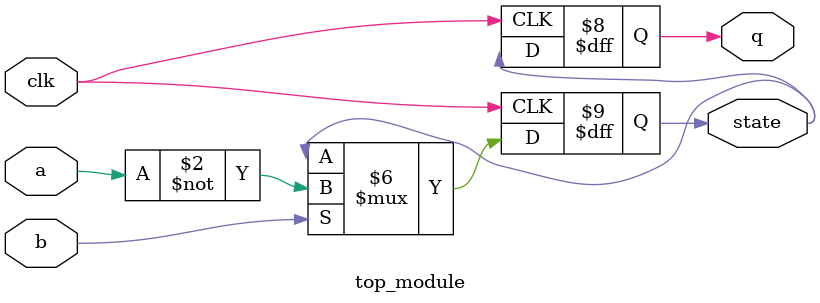
<source format=sv>
module top_module (
    input clk,
    input a,
    input b,
    output reg q,
    output reg state
);

    always @(posedge clk) begin
        if (b) begin
            q <= state;
            state <= ~a;
        end else begin
            q <= state;
        end
    end

endmodule

</source>
